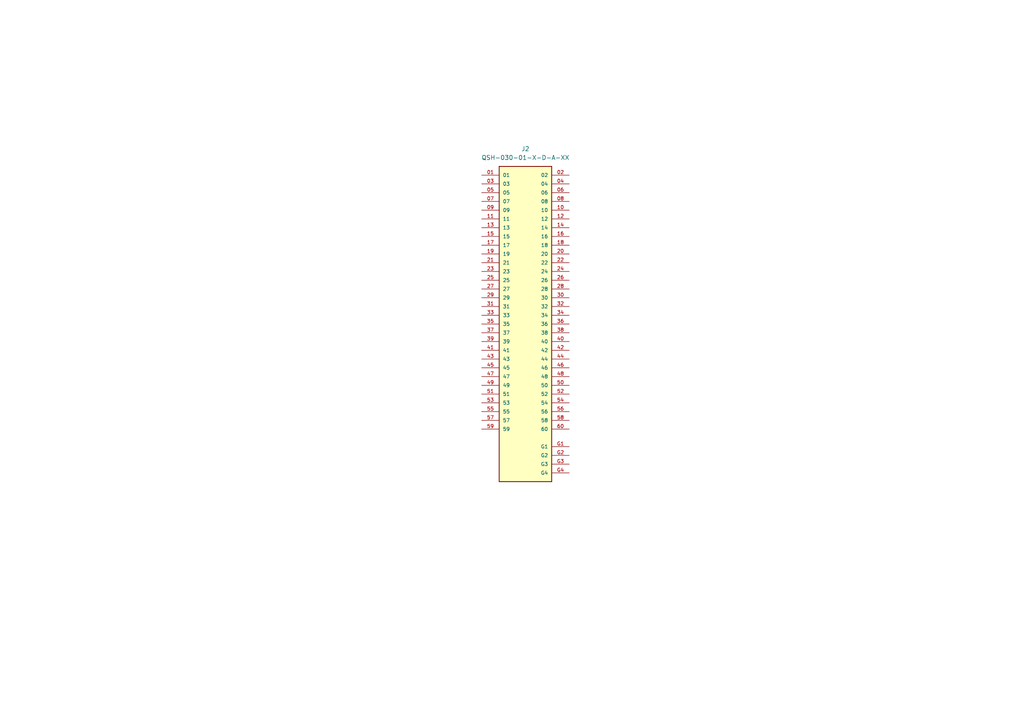
<source format=kicad_sch>
(kicad_sch (version 20231120) (generator "eeschema") (generator_version "8.0")
  (paper "A4")
  (lib_symbols
    (symbol "QSH-030-01-X-D-A-XX:QSH-030-01-X-D-A-XX" (pin_names (offset 1.016))
      (property "Reference" "J" (at -7.62 46.99 0))
      (property "Value" "QSH-030-01-X-D-A-XX" (at -7.62 -48.26 0))
      (symbol "QSH-030-01-X-D-A-XX_0_0"
        (rectangle (start -7.62 -45.72) (end 7.62 45.72) (stroke (width 0.254)) (fill (type background)))
        (pin passive line (at -12.7 43.18 0) (length 5.08) (name "01") (number "01"))
        (pin passive line (at 12.7 43.18 180) (length 5.08) (name "02") (number "02"))
        (pin passive line (at -12.7 40.64 0) (length 5.08) (name "03") (number "03"))
        (pin passive line (at 12.7 40.64 180) (length 5.08) (name "04") (number "04"))
        (pin passive line (at -12.7 38.1 0) (length 5.08) (name "05") (number "05"))
        (pin passive line (at 12.7 38.1 180) (length 5.08) (name "06") (number "06"))
        (pin passive line (at -12.7 35.56 0) (length 5.08) (name "07") (number "07"))
        (pin passive line (at 12.7 35.56 180) (length 5.08) (name "08") (number "08"))
        (pin passive line (at -12.7 33.02 0) (length 5.08) (name "09") (number "09"))
        (pin passive line (at 12.7 33.02 180) (length 5.08) (name "10") (number "10"))
        (pin passive line (at -12.7 30.48 0) (length 5.08) (name "11") (number "11"))
        (pin passive line (at 12.7 30.48 180) (length 5.08) (name "12") (number "12"))
        (pin passive line (at -12.7 27.94 0) (length 5.08) (name "13") (number "13"))
        (pin passive line (at 12.7 27.94 180) (length 5.08) (name "14") (number "14"))
        (pin passive line (at -12.7 25.4 0) (length 5.08) (name "15") (number "15"))
        (pin passive line (at 12.7 25.4 180) (length 5.08) (name "16") (number "16"))
        (pin passive line (at -12.7 22.86 0) (length 5.08) (name "17") (number "17"))
        (pin passive line (at 12.7 22.86 180) (length 5.08) (name "18") (number "18"))
        (pin passive line (at -12.7 20.32 0) (length 5.08) (name "19") (number "19"))
        (pin passive line (at 12.7 20.32 180) (length 5.08) (name "20") (number "20"))
        (pin passive line (at -12.7 17.78 0) (length 5.08) (name "21") (number "21"))
        (pin passive line (at 12.7 17.78 180) (length 5.08) (name "22") (number "22"))
        (pin passive line (at -12.7 15.24 0) (length 5.08) (name "23") (number "23"))
        (pin passive line (at 12.7 15.24 180) (length 5.08) (name "24") (number "24"))
        (pin passive line (at -12.7 12.7 0) (length 5.08) (name "25") (number "25"))
        (pin passive line (at 12.7 12.7 180) (length 5.08) (name "26") (number "26"))
        (pin passive line (at -12.7 10.16 0) (length 5.08) (name "27") (number "27"))
        (pin passive line (at 12.7 10.16 180) (length 5.08) (name "28") (number "28"))
        (pin passive line (at -12.7 7.62 0) (length 5.08) (name "29") (number "29"))
        (pin passive line (at 12.7 7.62 180) (length 5.08) (name "30") (number "30"))
        (pin passive line (at -12.7 5.08 0) (length 5.08) (name "31") (number "31"))
        (pin passive line (at 12.7 5.08 180) (length 5.08) (name "32") (number "32"))
        (pin passive line (at -12.7 2.54 0) (length 5.08) (name "33") (number "33"))
        (pin passive line (at 12.7 2.54 180) (length 5.08) (name "34") (number "34"))
        (pin passive line (at -12.7 0 0) (length 5.08) (name "35") (number "35"))
        (pin passive line (at 12.7 0 180) (length 5.08) (name "36") (number "36"))
        (pin passive line (at -12.7 -2.54 0) (length 5.08) (name "37") (number "37"))
        (pin passive line (at 12.7 -2.54 180) (length 5.08) (name "38") (number "38"))
        (pin passive line (at -12.7 -5.08 0) (length 5.08) (name "39") (number "39"))
        (pin passive line (at 12.7 -5.08 180) (length 5.08) (name "40") (number "40"))
        (pin passive line (at -12.7 -7.62 0) (length 5.08) (name "41") (number "41"))
        (pin passive line (at 12.7 -7.62 180) (length 5.08) (name "42") (number "42"))
        (pin passive line (at -12.7 -10.16 0) (length 5.08) (name "43") (number "43"))
        (pin passive line (at 12.7 -10.16 180) (length 5.08) (name "44") (number "44"))
        (pin passive line (at -12.7 -12.7 0) (length 5.08) (name "45") (number "45"))
        (pin passive line (at 12.7 -12.7 180) (length 5.08) (name "46") (number "46"))
        (pin passive line (at -12.7 -15.24 0) (length 5.08) (name "47") (number "47"))
        (pin passive line (at 12.7 -15.24 180) (length 5.08) (name "48") (number "48"))
        (pin passive line (at -12.7 -17.78 0) (length 5.08) (name "49") (number "49"))
        (pin passive line (at 12.7 -17.78 180) (length 5.08) (name "50") (number "50"))
        (pin passive line (at -12.7 -20.32 0) (length 5.08) (name "51") (number "51"))
        (pin passive line (at 12.7 -20.32 180) (length 5.08) (name "52") (number "52"))
        (pin passive line (at -12.7 -22.86 0) (length 5.08) (name "53") (number "53"))
        (pin passive line (at 12.7 -22.86 180) (length 5.08) (name "54") (number "54"))
        (pin passive line (at -12.7 -25.4 0) (length 5.08) (name "55") (number "55"))
        (pin passive line (at 12.7 -25.4 180) (length 5.08) (name "56") (number "56"))
        (pin passive line (at -12.7 -27.94 0) (length 5.08) (name "57") (number "57"))
        (pin passive line (at 12.7 -27.94 180) (length 5.08) (name "58") (number "58"))
        (pin passive line (at -12.7 -30.48 0) (length 5.08) (name "59") (number "59"))
        (pin passive line (at 12.7 -30.48 180) (length 5.08) (name "60") (number "60"))
        (pin power_in line (at 12.7 -35.56 180) (length 5.08) (name "G1") (number "G1"))
        (pin power_in line (at 12.7 -38.1 180) (length 5.08) (name "G2") (number "G2"))
        (pin power_in line (at 12.7 -40.64 180) (length 5.08) (name "G3") (number "G3"))
        (pin power_in line (at 12.7 -43.18 180) (length 5.08) (name "G4") (number "G4"))
      )
    )
  )
  (symbol (lib_id "QSH-030-01-X-D-A-XX:QSH-030-01-X-D-A-XX") (at 152.4 93.98 0) (unit 1)
    (property "Reference" "J2" (at 152.4 43.18 0))
    (property "Value" "QSH-030-01-X-D-A-XX" (at 152.4 45.72 0))
    (property "Footprint" "QSH-030-01-L-D-A-K:SAMTEC_QSH-030-01-X-D-A-XX" (effects (hide yes)))
    (property "PARTREV" "M" (effects (hide yes)))
    (property "STANDARD" "Manufacturer Recommendations" (effects (hide yes)))
    (property "MAXIMUM_PACKAGE_HEIGHT" "3.05 mm" (effects (hide yes)))
    (property "MANUFACTURER" "Samtec" (effects (hide yes)))
  )
)
</source>
